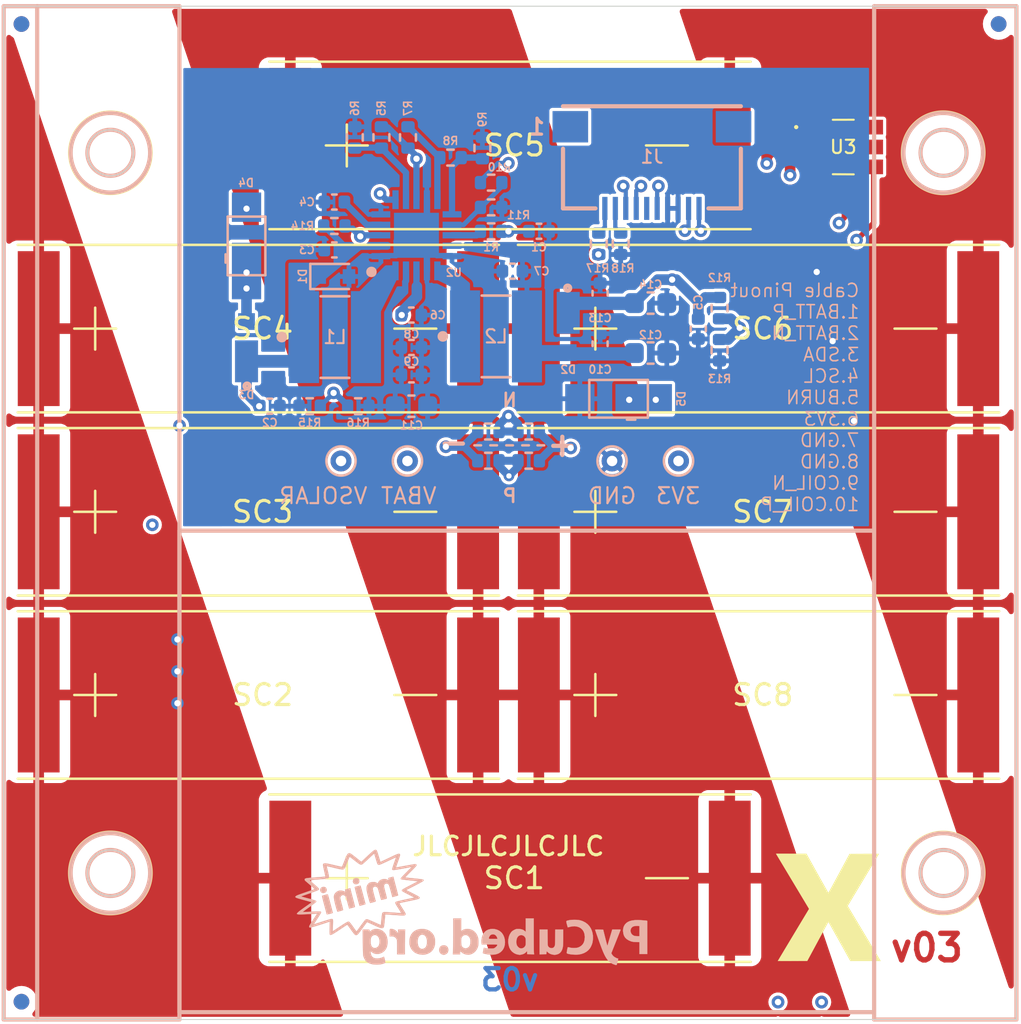
<source format=kicad_pcb>
(kicad_pcb (version 20211014) (generator pcbnew)
  (layers (0 "F.Cu" signal "Top") (1 "In1.Cu" signal) (2 "In2.Cu" signal) (3 "In3.Cu" signal) (4 "In4.Cu" signal) (31 "B.Cu" signal "Bottom") (34 "B.Paste" user) (35 "F.Paste" user) (36 "B.SilkS" user "B.Silkscreen") (37 "F.SilkS" user "F.Silkscreen") (38 "B.Mask" user) (39 "F.Mask" user) (44 "Edge.Cuts" user))
  (net 0 "")
  (net 1 "GND")
  (net 2 "+3V3")
  (net 3 "SDA1")
  (net 4 "SCL1")
  (net 5 "Net-(L1-Pad2)")
  (net 6 "VOUT_EN")
  (net 7 "VSOLAR")
  (net 8 "VBAT_OK")
  (net 9 "BATT_N")
  (net 10 "BATT_P")
  (net 11 "COIL_N")
  (net 12 "COIL_P")
  (net 13 "Net-(C4-Pad1)")
  (net 14 "Net-(C10-Pad1)")
  (net 15 "Net-(C11-Pad1)")
  (net 16 "Net-(L2-Pad1)")
  (net 17 "Net-(R10-Pad2)")
  (net 18 "Net-(R5-Pad1)")
  (net 19 "Net-(R7-Pad1)")
  (net 20 "Net-(R8-Pad1)")
  (net 21 "Net-(R10-Pad1)")
  (net 22 "Net-(R14-Pad1)")
  (net 23 "Net-(D4-Pad2)")
  (net 24 "Net-(R12-Pad1)")
  (net 25 "/coil")
  (net 26 "VBAT")
  (net 27 "/VSOLAR_FULL")
  (net 28 "BURN1")
  (footprint "SolarCellParts:KXOB25-05X3F" (layer "F.Cu") (at 96.072655 84.04799)
    (fp_text reference "SC1")
    (fp_text value "SolarCell_Small")
  )
  (footprint "SolarCellParts:KXOB25-05X3F" (layer "F.Cu") (at 84.047609 75.297995)
    (fp_text reference "SC2")
    (fp_text value "SolarCell_Small")
  )
  (footprint "SolarCellParts:KXOB25-05X3F" (layer "F.Cu") (at 84.047609 66.548)
    (fp_text reference "SC3")
    (fp_text value "SolarCell_Small")
  )
  (footprint "SolarCellParts:KXOB25-05X3F" (layer "F.Cu") (at 96.072655 49.048492)
    (fp_text reference "SC5")
    (fp_text value "SolarCell_Small")
  )
  (footprint "SolarCellParts:KXOB25-05X3F" (layer "F.Cu") (at 107.95 57.798004)
    (fp_text reference "SC6")
    (fp_text value "SolarCell_Small")
  )
  (footprint "SolarCellParts:KXOB25-05X3F" (layer "F.Cu") (at 107.95 66.548)
    (fp_text reference "SC7")
    (fp_text value "SolarCell_Small")
  )
  (footprint "SolarCellParts:KXOB25-05X3F" (layer "F.Cu") (at 107.95 75.297995)
    (fp_text reference "SC8")
    (fp_text value "SolarCell_Small")
  )
  (footprint "misc-circuits:TSL2561" (layer "F.Cu") (at 122.498815 49.12299)
    (fp_text reference "U3")
    (fp_text value "TSL2561" hide)
  )
  (footprint "Fiducial:Fiducial_0.75mm_Mask1.5mm" (layer "F.Cu") (at 83.223805 89.94898)
    (fp_text reference "REF**" hide)
    (fp_text value "Fiducial_0.75mm_Mask1.5mm")
  )
  (footprint "Fiducial:Fiducial_0.75mm_Mask1.5mm" (layer "F.Cu") (at 83.223805 43.24898)
    (fp_text reference "REF**" hide)
    (fp_text value "Fiducial_0.75mm_Mask1.5mm")
  )
  (footprint "Fiducial:Fiducial_0.75mm_Mask1.5mm" (layer "F.Cu") (at 129.923805 43.24898)
    (fp_text reference "REF**" hide)
    (fp_text value "Fiducial_0.75mm_Mask1.5mm")
  )
  (footprint "SolarCellParts:KXOB25-05X3F" (layer "F.Cu") (at 84.047609 57.798004)
    (fp_text reference "SC4")
    (fp_text value "SolarCell_Small")
  )
  (footprint "X Label" (layer "F.Cu") (at 121.787615 86.950423)
    (fp_text reference "REF**" hide)
    (fp_text value "X Label" hide)
  )
  (footprint "Capacitor_SMD:C_0402_1005Metric" (layer "B.Cu") (at 101.854 57.15)
    (fp_text reference "C6")
    (fp_text value "100uF")
  )
  (footprint "SolarCellParts:SB Diode" (layer "B.Cu") (at 93.98 53.848 90)
    (fp_text reference "D4")
    (fp_text value "SBDiode")
  )
  (footprint "SolarCellParts:SB Diode" (layer "B.Cu") (at 111.76 61.148744 180)
    (fp_text reference "D5")
    (fp_text value "SBDiode")
  )
  (footprint "Capacitor_SMD:C_0402_1005Metric" (layer "B.Cu") (at 115.57 57.813 90)
    (fp_text reference "C5")
    (fp_text value "0.1uF")
  )
  (footprint "Resistor_SMD:R_0402_1005Metric" (layer "B.Cu") (at 116.586 56.820012 90)
    (fp_text reference "R12")
    (fp_text value "0")
  )
  (footprint "Capacitor_SMD:C_0402_1005Metric" (layer "B.Cu") (at 110.877715 58.519844 90)
    (fp_text reference "C10")
    (fp_text value "0.1uF")
  )
  (footprint "Capacitor_SMD:C_0402_1005Metric" (layer "B.Cu") (at 101.860715 60.007544)
    (fp_text reference "C9")
    (fp_text value "0.1uF")
  )
  (footprint "Capacitor_SMD:C_0603_1608Metric" (layer "B.Cu") (at 113.290715 56.578544)
    (fp_text reference "C14")
    (fp_text value "100uF")
  )
  (footprint "Capacitor_SMD:C_0402_1005Metric" (layer "B.Cu") (at 106.686715 55.054544 180)
    (fp_text reference "C7")
    (fp_text value "22uF")
  )
  (footprint "Capacitor_SMD:C_0402_1005Metric" (layer "B.Cu") (at 107.956715 53.149544)
    (fp_text reference "C1")
    (fp_text value "1.0uF")
  )
  (footprint "Capacitor_SMD:C_0402_1005Metric" (layer "B.Cu") (at 98.177715 51.752544 180)
    (fp_text reference "C4")
    (fp_text value "10nF")
  )
  (footprint "Capacitor_SMD:C_0603_1608Metric" (layer "B.Cu") (at 101.860715 61.504344)
    (fp_text reference "C11")
    (fp_text value "100uF")
  )
  (footprint "misc-circuits:LPS4018" (layer "B.Cu") (at 105.902465 58.169321)
    (fp_text reference "L2")
    (fp_text value "10uH-LPS4018-103MR" hide)
  )
  (footprint "Diode_SMD:D_SOD-523" (layer "B.Cu") (at 98.177715 55.308544)
    (fp_text reference "D1")
    (fp_text value "SDM20U40-7")
  )
  (footprint "Resistor_SMD:R_0402_1005Metric" (layer "B.Cu") (at 96.997215 61.504344)
    (fp_text reference "R15")
    (fp_text value "0")
  )
  (footprint "Resistor_SMD:R_0402_1005Metric" (layer "B.Cu") (at 105.252215 49.1744 -90)
    (fp_text reference "R9")
    (fp_text value "4.53M")
  )
  (footprint "Resistor_SMD:R_0402_1005Metric" (layer "B.Cu") (at 105.670715 52.006544 180)
    (fp_text reference "R11")
    (fp_text value "4.75M")
  )
  (footprint "Resistor_SMD:R_0402_1005Metric" (layer "B.Cu") (at 101.696215 48.6664 -90)
    (fp_text reference "R7")
    (fp_text value "374K")
  )
  (footprint "Resistor_SMD:R_0402_1005Metric" (layer "B.Cu") (at 105.670715 53.149544)
    (fp_text reference "R1")
    (fp_text value "0")
  )
  (footprint "Resistor_SMD:R_0402_1005Metric" (layer "B.Cu") (at 103.728215 49.629844 180)
    (fp_text reference "R8")
    (fp_text value "8.25M")
  )
  (footprint "Resistor_SMD:R_0402_1005Metric" (layer "B.Cu") (at 98.177715 52.895544 180)
    (fp_text reference "R14")
    (fp_text value "0")
  )
  (footprint "Capacitor_SMD:C_0402_1005Metric" (layer "B.Cu") (at 110.877715 56.106844 90)
    (fp_text reference "C13")
    (fp_text value "0.1uF")
  )
  (footprint "Resistor_SMD:R_0402_1005Metric" (layer "B.Cu") (at 105.670715 50.8254 180)
    (fp_text reference "R10")
    (fp_text value "8.25M")
  )
  (footprint "misc-circuits:QFN50P350X350X100-21N-D" (layer "B.Cu") (at 102.100375 53.34)
    (fp_text reference "U2")
    (fp_text value "Value" hide)
  )
  (footprint "misc-circuits:LPS4018" (layer "B.Cu") (at 98.206722 58.202341)
    (fp_text reference "L1")
    (fp_text value "22uH-LPS4018-223MR" hide)
  )
  (footprint "Resistor_SMD:R_0402_1005Metric" (layer "B.Cu") (at 99.320715 61.504344 180)
    (fp_text reference "R16")
    (fp_text value "0")
  )
  (footprint "misc-circuits:XF2M-1015-1A" (layer "B.Cu") (at 113.354815 52.055544)
    (fp_text reference "J1")
    (fp_text value "XF2M-1015-1A" hide)
  )
  (footprint "Resistor_SMD:R_0402_1005Metric" (layer "B.Cu") (at 100.426215 48.6664 90)
    (fp_text reference "R5")
    (fp_text value "7.32M")
  )
  (footprint "Capacitor_SMD:C_0402_1005Metric" (layer "B.Cu") (at 101.860715 58.6994)
    (fp_text reference "C8")
    (fp_text value "4.7uF")
  )
  (footprint "misc-circuits:MICROSMP" (layer "B.Cu") (at 109.353715 57.694344 -90)
    (fp_text reference "D2")
    (fp_text value "MSS1P4-M3_89A" hide)
  )
  (footprint "Resistor_SMD:R_0402_1005Metric" (layer "B.Cu") (at 99.156215 48.6664 -90)
    (fp_text reference "R6")
    (fp_text value "5.62M")
  )
  (footprint "Capacitor_SMD:C_0603_1608Metric" (layer "B.Cu") (at 113.290715 58.964344)
    (fp_text reference "C12")
    (fp_text value "100uF")
  )
  (footprint "misc-circuits:MICROSMP" (layer "B.Cu") (at 93.98 58.710344 90)
    (fp_text reference "D3")
    (fp_text value "MSS1P4-M3_89A" hide)
  )
  (footprint "Capacitor_SMD:C_0402_1005Metric" (layer "B.Cu") (at 95.092215 61.504344)
    (fp_text reference "C2")
    (fp_text value "0.1uF")
  )
  (footprint "Resistor_SMD:R_0402_1005Metric" (layer "B.Cu") (at 111.8616 53.7464 -90)
    (fp_text reference "R18")
    (fp_text value "0")
  )
  (footprint "Resistor_SMD:R_0402_1005Metric" (layer "B.Cu") (at 110.814815 53.7464 -90)
    (fp_text reference "R17")
    (fp_text value "0")
  )
  (footprint "Capacitor_SMD:C_0402_1005Metric" (layer "B.Cu") (at 98.177715 54.038544 180)
    (fp_text reference "C3")
    (fp_text value "4.7uF")
  )
  (footprint "TestPoint:TestPoint_THTPad_D1.0mm_Drill0.5mm" (layer "B.Cu") (at 111.449815 64.120544)
    (fp_text reference "TP2" hide)
    (fp_text value "TP")
  )
  (footprint "TestPoint:TestPoint_THTPad_D1.0mm_Drill0.5mm" (layer "B.Cu") (at 101.670815 64.120544)
    (fp_text reference "TP3" hide)
    (fp_text value "TP")
  )
  (footprint "TestPoint:TestPoint_THTPad_D1.0mm_Drill0.5mm" (layer "B.Cu") (at 98.495815 64.120544)
    (fp_text reference "TP4" hide)
    (fp_text value "TP")
  )
  (footprint "TestPoint:TestPoint_THTPad_D1.0mm_Drill0.5mm" (layer "B.Cu") (at 114.624815 64.120544)
    (fp_text reference "TP1" hide)
    (fp_text value "TP")
  )
  (footprint "Resistor_SMD:R_0402_1005Metric" (layer "B.Cu") (at 116.586 58.829 90)
    (fp_text reference "R13")
    (fp_text value "0")
  )
  (footprint "Resistor_SMD:R_0402_1005Metric" (layer "B.Cu") (at 105.53806 62.7126)
    (fp_text reference "R19" hide)
    (fp_text value "0")
  )
  (footprint "Resistor_SMD:R_0402_1005Metric" (layer "B.Cu") (at 107.46634 62.7126)
    (fp_text reference "R4" hide)
    (fp_text value "0")
  )
  (footprint "Resistor_SMD:R_0402_1005Metric" (layer "B.Cu") (at 107.46634 64.1096)
    (fp_text reference "R2" hide)
    (fp_text value "0")
  )
  (footprint "Resistor_SMD:R_0402_1005Metric" (layer "B.Cu") (at 105.53806 64.1096)
    (fp_text reference "R3" hide)
    (fp_text value "0")
  )
  (footprint "Fiducial:Fiducial_0.75mm_Mask1.5mm" (layer "B.Cu") (at 129.923805 43.24898)
    (fp_text reference "REF**" hide)
    (fp_text value "Fiducial_0.75mm_Mask1.5mm")
  )
  (footprint "Fiducial:Fiducial_0.75mm_Mask1.5mm" (layer "B.Cu") (at 83.223805 43.24898)
    (fp_text reference "REF**" hide)
    (fp_text value "Fiducial_0.75mm_Mask1.5mm")
  )
  (footprint "Fiducial:Fiducial_0.75mm_Mask1.5mm" (layer "B.Cu") (at 83.223805 89.94898)
    (fp_text reference "REF**" hide)
    (fp_text value "Fiducial_0.75mm_Mask1.5mm")
  )
  (footprint "custom-footprints:pycubed_mini_logo" (layer "B.Cu") (at 97.926824 84.928338 180)
    (fp_text reference "Ref**" hide)
    (fp_text value "Val**" hide)
  )
  (gr_line (start 107.15625 63.373) (end 107.47375 63.373) (layer "B.SilkS") (width 0.12))
  (gr_line (start 106.71175 63.373) (end 106.39425 63.373) (layer "B.SilkS") (width 0.12))
  (gr_line (start 105.94975 63.373) (end 105.63225 63.373) (layer "B.SilkS") (width 0.12))
  (gr_line (start 108.204 63.373) (end 107.8865 63.373) (layer "B.SilkS") (width 0.12))
  (gr_line (start 104.87025 63.373) (end 105.18775 63.373) (layer "B.SilkS") (width 0.12))
  (gr_line (start 130.773831 90.798979) (end 130.773831 42.399) (layer "B.SilkS") (width 0.2))
  (gr_line (start 90.773809 42.399) (end 83.973823 42.399) (layer "B.SilkS") (width 0.2))
  (gr_line (start 130.773831 42.399) (end 123.973819 42.399) (layer "B.SilkS") (width 0.2))
  (gr_circle (center 87.473816 83.798993) (end 88.573816 83.798993) (layer "B.SilkS") (width 0.2) (fill none))
  (gr_circle (center 87.473816 83.798993) (end 89.373816 83.798993) (layer "B.SilkS") (width 0.2) (fill none))
  (gr_line (start 83.976033 42.399) (end 82.37601 42.399) (layer "B.SilkS") (width 0.2))
  (gr_circle (center 87.473816 49.398986) (end 88.573816 49.398986) (layer "B.SilkS") (width 0.2) (fill none))
  (gr_line (start 90.776019 67.448988) (end 90.776019 90.448993) (layer "B.SilkS") (width 0.2))
  (gr_circle (center 127.273812 49.398986) (end 129.173812 49.398986) (layer "B.SilkS") (width 0.2) (fill none))
  (gr_line (start 90.776019 90.448993) (end 123.90562 90.448993) (layer "B.SilkS") (width 0.2))
  (gr_circle (center 87.473816 49.398986) (end 89.373816 49.398986) (layer "B.SilkS") (width 0.2) (fill none))
  (gr_line (start 83.973823 90.798979) (end 90.773809 90.798979) (layer "B.SilkS") (width 0.2))
  (gr_line (start 123.973819 90.798979) (end 130.773831 90.798979) (layer "B.SilkS") (width 0.2))
  (gr_circle (center 127.273812 83.798993) (end 129.173812 83.798993) (layer "B.SilkS") (width 0.2) (fill none))
  (gr_line (start 82.37601 42.399) (end 82.37601 90.798979) (layer "B.SilkS") (width 0.2))
  (gr_circle (center 127.291618 83.798993) (end 128.391618 83.798993) (layer "B.SilkS") (width 0.2) (fill none))
  (gr_line (start 123.973819 42.399) (end 123.973819 90.798979) (layer "B.SilkS") (width 0.2))
  (gr_line (start 123.90562 67.448988) (end 90.776019 67.448988) (layer "B.SilkS") (width 0.2))
  (gr_line (start 83.976033 90.798979) (end 83.976033 42.399) (layer "B.SilkS") (width 0.2))
  (gr_line (start 82.37601 90.798979) (end 83.976033 90.798979) (layer "B.SilkS") (width 0.2))
  (gr_line (start 90.773809 90.798979) (end 90.773809 42.399) (layer "B.SilkS") (width 0.2))
  (gr_circle (center 127.291618 49.398986) (end 128.391618 49.398986) (layer "B.SilkS") (width 0.2) (fill none))
  (gr_circle (center 87.473805 49.39898) (end 89.473805 49.39898) (layer "F.SilkS") (width 0.05) (fill none))
  (gr_circle (center 127.273812 49.398986) (end 129.273812 49.398986) (layer "F.SilkS") (width 0.05) (fill none))
  (gr_circle (center 127.273805 83.79898) (end 129.273805 83.79898) (layer "F.SilkS") (width 0.05) (fill none))
  (gr_circle (center 87.473805 83.79898) (end 89.473805 83.79898) (layer "F.SilkS") (width 0.05) (fill none))
  (gr_line (start 82.373805 90.79898) (end 82.373805 42.39898) (layer "Edge.Cuts") (width 0.05))
  (gr_line (start 82.373805 42.39898) (end 130.773805 42.39898) (layer "Edge.Cuts") (width 0.05))
  (gr_circle (center 127.273805 83.79898) (end 128.373805 83.79898) (layer "Edge.Cuts") (width 0.05) (fill none))
  (gr_line (start 82.373805 90.79898) (end 130.773805 90.79898) (layer "Edge.Cuts") (width 0.05))
  (gr_circle (center 127.273805 49.39898) (end 128.373805 49.39898) (layer "Edge.Cuts") (width 0.05) (fill none))
  (gr_circle (center 87.473805 83.79898) (end 88.573805 83.79898) (layer "Edge.Cuts") (width 0.05) (fill none))
  (gr_circle (center 87.473805 49.39898) (end 88.573805 49.39898) (layer "Edge.Cuts") (width 0.05) (fill none))
  (gr_line (start 130.773805 42.39898) (end 130.773805 90.79898) (layer "Edge.Cuts") (width 0.05))
  (gr_text "v03" (at 126.492 87.376) (layer "F.Cu") (effects (font (size 1.27 1.27) (thickness 0.254))))
  (gr_text "v03\n" (at 106.560315 88.9) (layer "B.Cu") (effects (font (size 1.016 1.016) (thickness 0.2032)) (justify mirror)))
  (gr_text "GND" (at 112.6744 65.786) (layer "B.SilkS") (effects (font (size 0.762 0.762) (thickness 0.1016)) (justify left mirror)))
  (gr_text "VSOLAR" (at 99.822 65.786) (layer "B.SilkS") (effects (font (size 0.762 0.762) (thickness 0.1016)) (justify left mirror)))
  (gr_text "VBAT" (at 103.124 65.786) (layer "B.SilkS") (effects (font (size 0.762 0.762) (thickness 0.1016)) (justify left mirror)))
  (gr_text "3V3" (at 115.7224 65.786) (layer "B.SilkS") (effects (font (size 0.762 0.762) (thickness 0.1016)) (justify left mirror)))
  (gr_text "1" (at 108.325615 48.164144) (layer "B.SilkS") (effects (font (size 0.762 0.762) (thickness 0.1524)) (justify left mirror)))
  (gr_text "+" (at 108.990435 63.3984 90) (layer "B.SilkS") (effects (font (size 1.143 1.143) (thickness 0.2032)) (justify mirror)))
  (gr_text "P" (at 106.553 65.786) (layer "B.SilkS") (effects (font (size 0.635 0.635) (thickness 0.127)) (justify mirror)))
  (gr_text "N" (at 106.553 61.214) (layer "B.SilkS") (effects (font (size 0.635 0.635) (thickness 0.127)) (justify mirror)))
  (gr_text "-" (at 103.886 63.373 180) (layer "B.SilkS") (effects (font (size 1.143 1.143) (thickness 0.2032)) (justify mirror)))
  (gr_text "Cable Pinout\n1.BATT_P\n2.BATT_N\n3.SDA\n4.SCL\n5.BURN\n6.3V3\n7.GND\n8.GND\n9.COIL_N\n10.COIL_P" (at 123.317 61.087) (layer "B.SilkS") (effects (font (size 0.635 0.635) (thickness 0.0762)) (justify left mirror)))
  (gr_text "JLCJLCJLCJLC" (at 106.496815 82.52399) (layer "F.SilkS") (effects (font (size 0.889 0.889))))
  (via (at 121.990815 58.39399) (size 0.6) (drill 0.3) (layers "F.Cu" "B.Cu") (net 1))
  (via (at 123.006815 62.20399) (size 0.6) (drill 0.3) (layers "F.Cu" "B.Cu") (net 1))
  (via (at 121.228815 55.09199) (size 0.6) (drill 0.3) (layers "F.Cu" "B.Cu") (net 1))
  (segment (start 100.400375 54.34) (end 100.429776 54.310599) (width 0.254) (layer "B.Cu") (net 1))
  (segment (start 103.750375 54.34) (end 104.136375 54.34) (width 0.2032) (layer "B.Cu") (net 1))
  (segment (start 103.800375 54.34) (end 103.770974 54.310599) (width 0.254) (layer "B.Cu") (net 1))
  (segment (start 103.800375 54.34) (end 103.771464 54.311089) (width 0.254) (layer "B.Cu") (net 1))
  (segment (start 101.400375 53.34) (end 102.100375 53.34) (width 0.254) (layer "B.Cu") (net 1))
  (segment (start 103.071464 54.311089) (end 102.100375 53.34) (width 0.254) (layer "B.Cu") (net 1))
  (segment (start 102.600375 55.04) (end 102.600375 53.84) (width 0.3048) (layer "B.Cu") (net 1))
  (segment (start 101.129286 53.611089) (end 101.400375 53.34) (width 0.254) (layer "B.Cu") (net 1))
  (segment (start 101.129286 54.311089) (end 101.129286 53.611089) (width 0.254) (layer "B.Cu") (net 1))
  (segment (start 102.600375 51.64) (end 102.600375 52.84) (width 0.3048) (layer "B.Cu") (net 1))
  (segment (start 98.877715 55.181544) (end 99.04222 55.181544) (width 0.254) (layer "B.Cu") (net 1))
  (segment (start 100.400375 54.34) (end 100.429286 54.311089) (width 0.254) (layer "B.Cu") (net 1))
  (segment (start 102.600375 53.84) (end 102.100375 53.34) (width 0.3048) (layer "B.Cu") (net 1))
  (segment (start 102.600375 52.84) (end 102.100375 53.34) (width 0.3048) (layer "B.Cu") (net 1))
  (segment (start 100.429286 54.311089) (end 101.129286 54.311089) (width 0.254) (layer "B.Cu") (net 1))
  (segment (start 103.771464 54.311089) (end 103.071464 54.311089) (width 0.254) (layer "B.Cu") (net 1))
  (segment (start 118.841215 49.91039) (end 118.841215 49.560785) (width 0.508) (layer "F.Cu") (net 2))
  (segment (start 120.22901 48.17299) (end 121.048815 48.17299) (width 0.508) (layer "F.Cu") (net 2))
  (segment (start 118.841215 49.560785) (end 120.22901 48.17299) (width 0.508) (layer "F.Cu") (net 2))
  (via (at 118.841215 49.91039) (size 0.6) (drill 0.3) (layers "F.Cu" "B.Cu") (net 2))
  (via (at 114.320015 55.459144) (size 0.6) (drill 0.3) (layers "F.Cu" "B.Cu") (net 2))
  (via (at 113.665 50.988744) (size 0.6) (drill 0.3) (layers "F.Cu" "B.Cu") (net 2))
  (segment (start 115.57 57.333) (end 115.57 56.515) (width 0.508) (layer "B.Cu") (net 2))
  (segment (start 114.514144 55.459144) (end 114.320015 55.459144) (width 0.508) (layer "B.Cu") (net 2))
  (segment (start 113.635115 55.459144) (end 112.515715 56.578544) (width 0.508) (layer "B.Cu") (net 2))
  (segment (start 115.57 57.333) (end 115.57 56.6446) (width 0.508) (layer "B.Cu") (net 2))
  (segment (start 112.528715 56.578544) (end 112.515415 56.591844) (width 0.635) (layer "B.Cu") (net 2))
  (segment (start 113.665 50.988744) (end 113.604815 51.048929) (width 0.2032) (layer "B.Cu") (net 2))
  (segment (start 114.320015 55.459144) (end 113.635115 55.459144) (width 0.508) (layer "B.Cu") (net 2))
  (segment (start 115.904588 56.310012) (end 116.586 56.310012) (width 0.508) (layer "B.Cu") (net 2))
  (segment (start 110.967215 56.591844) (end 109.768715 56.591844) (width 0.635) (layer "B.Cu") (net 2))
  (segment (start 112.515415 56.591844) (end 110.967215 56.591844) (width 0.635) (layer "B.Cu") (net 2))
  (segment (start 109.768715 56.591844) (end 109.316215 57.044344) (width 0.635) (layer "B.Cu") (net 2))
  (segment (start 115.57 56.6446) (end 115.904588 56.310012) (width 0.508) (layer "B.Cu") (net 2))
  (segment (start 114.342815 55.436344) (end 114.320015 55.459144) (width 0.508) (layer "B.Cu") (net 2))
  (segment (start 113.604815 51.048929) (end 113.604815 52.055544) (width 0.2032) (layer "B.Cu") (net 2))
  (segment (start 115.57 56.515) (end 114.514144 55.459144) (width 0.508) (layer "B.Cu") (net 2))
  (segment (start 122.549615 52.50119) (end 122.549615 49.215168) (width 0.254) (layer "F.Cu") (net 3))
  (segment (start 123.591793 48.17299) (end 123.948815 48.17299) (width 0.254) (layer "F.Cu") (net 3))
  (segment (start 122.549615 49.215168) (end 123.591793 48.17299) (width 0.254) (layer "F.Cu") (net 3))
  (segment (start 122.295615 52.75519) (end 122.549615 52.50119) (width 0.254) (layer "F.Cu") (net 3))
  (via (at 111.983215 50.988744) (size 0.6) (drill 0.3) (layers "F.Cu" "B.Cu") (net 3))
  (via (at 122.295615 52.75519) (size 0.6) (drill 0.3) (layers "F.Cu" "B.Cu") (net 3))
  (segment (start 112.104815 51.110344) (end 111.983215 50.988744) (width 0.2032) (layer "B.Cu") (net 3))
  (segment (start 112.104815 52.055544) (end 112.104815 51.110344) (width 0.2032) (layer "B.Cu") (net 3))
  (segment (start 123.948815 52.75299) (end 123.948815 50.07299) (width 0.254) (layer "F.Cu") (net 4))
  (segment (start 123.133815 53.56799) (end 123.948815 52.75299) (width 0.254) (layer "F.Cu") (net 4))
  (via (at 112.831512 50.988744) (size 0.6) (drill 0.3) (layers "F.Cu" "B.Cu") (net 4))
  (via (at 123.133815 53.56799) (size 0.6) (drill 0.3) (layers "F.Cu" "B.Cu") (net 4))
  (segment (start 112.604815 52.055544) (end 112.604815 51.215441) (width 0.2032) (layer "B.Cu") (net 4))
  (segment (start 112.604815 51.215441) (end 112.831512 50.988744) (width 0.2032) (layer "B.Cu") (net 4))
  (via (at 100.362715 51.344344) (size 0.6) (drill 0.3) (layers "F.Cu" "B.Cu") (net 6))
  (via (at 106.496815 53.149544) (size 0.6) (drill 0.3) (layers "F.Cu" "B.Cu") (net 6))
  (segment (start 101.100375 51.64) (end 100.658371 51.64) (width 0.29972) (layer "B.Cu") (net 6))
  (segment (start 100.658371 51.64) (end 100.362715 51.344344) (width 0.29972) (layer "B.Cu") (net 6))
  (segment (start 106.496815 53.149544) (end 106.460515 53.185844) (width 0.24892) (layer "B.Cu") (net 6))
  (segment (start 106.460515 53.185844) (end 106.118215 53.185844) (width 0.24892) (layer "B.Cu") (net 6))
  (segment (start 106.496815 53.149544) (end 107.344715 53.149544) (width 0.24892) (layer "B.Cu") (net 6))
  (via (at 94.584215 61.504344) (size 0.6) (drill 0.3) (layers "F.Cu" "B.Cu") (net 7))
  (segment (start 93.98 59.360344) (end 96.410715 59.360344) (width 0.6096) (layer "B.Cu") (net 7))
  (segment (start 96.410715 59.360344) (end 96.425715 59.345344) (width 0.6096) (layer "B.Cu") (net 7))
  (segment (start 94.612215 61.504344) (end 93.98 60.872129) (width 0.508) (layer "B.Cu") (net 7))
  (segment (start 93.98 60.872129) (end 93.98 59.360344) (width 0.508) (layer "B.Cu") (net 7))
  (segment (start 97.692715 52.895544) (end 98.662715 53.865544) (width 0.29972) (layer "B.Cu") (net 7))
  (segment (start 98.662715 53.865544) (end 98.662715 54.138344) (width 0.29972) (layer "B.Cu") (net 7))
  (segment (start 104.970259 53.34) (end 105.160715 53.149544) (width 0.3048) (layer "B.Cu") (net 8))
  (segment (start 103.800375 53.34) (end 104.970259 53.34) (width 0.3048) (layer "B.Cu") (net 8))
  (segment (start 111.604815 52.055544) (end 111.604815 52.979615) (width 0.2032) (layer "B.Cu") (net 9))
  (segment (start 111.604815 52.979615) (end 111.8616 53.2364) (width 0.2032) (layer "B.Cu") (net 9))
  (segment (start 111.104815 52.9464) (end 110.814815 53.2364) (width 0.2032) (layer "B.Cu") (net 10))
  (segment (start 111.104815 52.055544) (end 111.104815 52.9464) (width 0.2032) (layer "B.Cu") (net 10))
  (via (at 106.496815 61.976) (size 0.6) (drill 0.3) (layers "F.Cu" "B.Cu") (net 11))
  (via (at 114.929615 53.122344) (size 0.6) (drill 0.3) (layers "F.Cu" "B.Cu") (net 11))
  (segment (start 115.104815 52.947144) (end 114.929615 53.122344) (width 0.2032) (layer "B.Cu") (net 11))
  (segment (start 106.52125 61.9141) (end 106.04806 62.38729) (width 0.381) (layer "B.Cu") (net 11))
  (segment (start 115.104815 52.055544) (end 115.104815 52.947144) (width 0.2032) (layer "B.Cu") (net 11))
  (segment (start 106.95634 62.34919) (end 106.95634 62.7126) (width 0.381) (layer "B.Cu") (net 11))
  (segment (start 106.95634 62.7126) (end 106.04806 62.7126) (width 0.381) (layer "B.Cu") (net 11))
  (segment (start 106.52125 61.9141) (end 106.95634 62.34919) (width 0.381) (layer "B.Cu") (net 11))
  (segment (start 106.04806 62.38729) (end 106.04806 62.7126) (width 0.381) (layer "B.Cu") (net 11))
  (via (at 115.691615 53.122344) (size 0.6) (drill 0.3) (layers "F.Cu" "B.Cu") (net 12))
  (via (at 106.52125 64.8351) (size 0.508) (drill 0.254) (layers "F.Cu" "B.Cu") (net 12))
  (segment (start 106.95634 64.40001) (end 106.95634 64.1096) (width 0.381) (layer "B.Cu") (net 12))
  (segment (start 115.604815 52.055544) (end 115.604815 53.035544) (width 0.2032) (layer "B.Cu") (net 12))
  (segment (start 106.52125 64.8351) (end 106.95634 64.40001) (width 0.381) (layer "B.Cu") (net 12))
  (segment (start 106.52125 64.8351) (end 106.04806 64.36191) (width 0.381) (layer "B.Cu") (net 12))
  (segment (start 106.98134 64.1096) (end 106.04806 64.1096) (width 0.381) (layer "B.Cu") (net 12))
  (segment (start 106.04806 64.36191) (end 106.04806 64.1096) (width 0.381) (layer "B.Cu") (net 12))
  (segment (start 115.604815 53.035544) (end 115.691615 53.122344) (width 0.2032) (layer "B.Cu") (net 12))
  (segment (start 100.400375 52.84) (end 99.7284 52.84) (width 0.29972) (layer "B.Cu") (net 13))
  (segment (start 98.662715 51.774315) (end 98.662715 51.752544) (width 0.29972) (layer "B.Cu") (net 13))
  (segment (start 99.7284 52.84) (end 98.662715 51.774315) (width 0.29972) (layer "B.Cu") (net 13))
  (segment (start 107.835715 58.880844) (end 107.220715 58.265844) (width 0.2286) (layer "B.Cu") (net 14))
  (segment (start 112.450715 59.004844) (end 112.491215 58.964344) (width 0.635) (layer "B.Cu") (net 14))
  (segment (start 109.316215 58.964344) (end 107.835715 58.964344) (width 0.762) (layer "B.Cu") (net 14))
  (segment (start 110.967215 59.004844) (end 109.440215 59.004844) (width 0.635) (layer "B.Cu") (net 14))
  (segment (start 109.440215 59.004844) (end 109.316215 58.880844) (width 0.635) (layer "B.Cu") (net 14))
  (segment (start 110.967215 59.004844) (end 112.450715 59.004844) (width 0.635) (layer "B.Cu") (net 14))
  (segment (start 101.564105 55.55893) (end 101.564105 55.916344) (width 0.29972) (layer "B.Cu") (net 15))
  (segment (start 101.600375 55.04) (end 101.600375 55.52266) (width 0.29972) (layer "B.Cu") (net 15))
  (segment (start 101.600375 55.52266) (end 101.564105 55.55893) (width 0.29972) (layer "B.Cu") (net 15))
  (via (at 102.102615 49.6824) (size 0.6) (drill 0.3) (layers "F.Cu" "B.Cu") (net 17))
  (via (at 106.496815 49.896544) (size 0.6) (drill 0.3) (layers "F.Cu" "B.Cu") (net 17))
  (segment (start 102.102615 49.6824) (end 102.102615 49.5578) (width 0.29972) (layer "B.Cu") (net 17))
  (segment (start 102.102615 49.5578) (end 100.726215 48.1814) (width 0.29972) (layer "B.Cu") (net 17))
  (segment (start 106.496815 49.896544) (end 106.002627 49.896544) (width 0.2286) (layer "B.Cu") (net 17))
  (segment (start 106.002627 49.896544) (end 105.073771 50.8254) (width 0.2286) (layer "B.Cu") (net 17))
  (segment (start 102.100375 49.68464) (end 102.100375 51.64) (width 0.29972) (layer "B.Cu") (net 17))
  (segment (start 102.102615 49.6824) (end 102.100375 49.68464) (width 0.29972) (layer "B.Cu") (net 17))
  (segment (start 100.403215 49.1514) (end 101.600375 50.34856) (width 0.29972) (layer "B.Cu") (net 18))
  (segment (start 101.600375 50.34856) (end 101.600375 51.64) (width 0.29972) (layer "B.Cu") (net 18))
  (segment (start 99.156215 49.1514) (end 100.403215 49.1514) (width 0.29972) (layer "B.Cu") (net 18))
  (segment (start 103.100375 51.64) (end 103.100375 49.747684) (width 0.29972) (layer "B.Cu") (net 19))
  (segment (start 103.197859 49.629844) (end 101.722215 48.1542) (width 0.29972) (layer "B.Cu") (net 19))
  (segment (start 103.100375 49.747684) (end 103.218215 49.629844) (width 0.29972) (layer "B.Cu") (net 19))
  (segment (start 103.218215 49.629844) (end 103.197859 49.629844) (width 0.29972) (layer "B.Cu") (net 19))
  (segment (start 105.197659 49.629844) (end 104.238215 49.629844) (width 0.3048) (layer "B.Cu") (net 20))
  (segment (start 105.252215 49.6844) (end 105.197659 49.629844) (width 0.3048) (layer "B.Cu") (net 20))
  (segment (start 103.800375 52.34) (end 103.800375 50.067684) (width 0.29972) (layer "B.Cu") (net 20))
  (segment (start 103.800375 50.067684) (end 104.238215 49.629844) (width 0.29972) (layer "B.Cu") (net 20))
  (segment (start 106.155715 51.036544) (end 104.352259 52.84) (width 0.2286) (layer "B.Cu") (net 21))
  (segment (start 106.155715 50.863544) (end 106.155715 51.036544) (width 0.2286) (layer "B.Cu") (net 21))
  (segment (start 104.352259 52.84) (end 103.800375 52.84) (width 0.2286) (layer "B.Cu") (net 21))
  (via (at 99.4156 53.3908) (size 0.6) (drill 0.3) (layers "F.Cu" "B.Cu") (net 22))
  (via (at 98.140215 60.869344) (size 0.6) (drill 0.3) (layers "F.Cu" "B.Cu") (net 22))
  (segment (start 98.835715 61.504344) (end 98.200715 60.869344) (width 0.29972) (layer "B.Cu") (net 22))
  (segment (start 99.047344 53.022544) (end 98.662715 53.022544) (width 0.29972) (layer "B.Cu") (net 22))
  (segment (start 99.4156 53.3908) (end 99.047344 53.022544) (width 0.29972) (layer "B.Cu") (net 22))
  (segment (start 97.505215 61.504344) (end 98.140215 60.869344) (width 0.2286) (layer "B.Cu") (net 22))
  (segment (start 99.4664 53.34) (end 100.400375 53.34) (width 0.29972) (layer "B.Cu") (net 22))
  (segment (start 99.4156 53.3908) (end 99.4664 53.34) (width 0.29972) (layer "B.Cu") (net 22))
  (segment (start 98.200715 60.869344) (end 98.140215 60.869344) (width 0.29972) (layer "B.Cu") (net 22))
  (via (at 112.268 61.199544) (size 0.6) (drill 0.3) (layers "F.Cu" "B.Cu") (net 23))
  (via (at 93.98 52.07) (size 0.6) (drill 0.3) (layers "F.Cu" "B.Cu") (net 23))
  (via (at 113.538 61.199544) (size 0.6) (drill 0.3) (layers "F.Cu" "B.Cu") (net 23))
  (segment (start 120.515804 49.12299) (end 119.958815 49.679979) (width 0.508) (layer "F.Cu") (net 24))
  (segment (start 121.048815 49.12299) (end 120.515804 49.12299) (width 0.508) (layer "F.Cu") (net 24))
  (segment (start 119.958815 49.679979) (end 119.958815 50.46919) (width 0.508) (layer "F.Cu") (net 24))
  (via (at 119.958815 50.46919) (size 0.6) (drill 0.3) (layers "F.Cu" "B.Cu") (net 24))
  (via (at 117.5512 57.7622) (size 0.6) (drill 0.3) (layers "F.Cu" "B.Cu") (net 24))
  (segment (start 117.119012 57.330012) (end 117.5512 57.7622) (width 0.508) (layer "B.Cu") (net 24))
  (segment (start 116.586 57.330012) (end 117.119012 57.330012) (width 0.508) (layer "B.Cu") (net 24))
  (segment (start 116.9944 58.319) (end 117.5512 57.7622) (width 0.508) (layer "B.Cu") (net 24))
  (segment (start 116.586 58.319) (end 116.9944 58.319) (width 0.508) (layer "B.Cu") (net 24))
  (via (at 109.474 63.5) (size 0.6) (drill 0.3) (layers "F.Cu" "B.Cu") (net 25))
  (via (at 89.478815 67.16898) (size 0.6) (drill 0.3) (layers "F.Cu" "B.Cu") (net 25))
  (via (at 90.7796 62.4332) (size 0.6) (drill 0.3) (layers "F.Cu" "B.Cu") (net 25))
  (via (at 119.38 89.9668) (size 0.6096) (drill 0.3048) (layers "F.Cu" "B.Cu") (net 25))
  (via (at 103.505 63.44167) (size 0.6) (drill 0.3) (layers "F.Cu" "B.Cu") (net 25))
  (via (at 121.4628 89.9668) (size 0.6096) (drill 0.3048) (layers "F.Cu" "B.Cu") (net 25))
  (segment (start 103.505 63.44167) (end 104.32399 63.44167) (width 0.381) (layer "B.Cu") (net 25))
  (segment (start 108.712 63.5) (end 107.97856 62.76656) (width 0.381) (layer "B.Cu") (net 25))
  (segment (start 104.38513 63.44167) (end 105.05306 64.1096) (width 0.381) (layer "B.Cu") (net 25))
  (segment (start 103.505 63.44167) (end 104.38513 63.44167) (width 0.381) (layer "B.Cu") (net 25))
  (segment (start 109.474 63.5) (end 108.56916 63.5) (width 0.381) (layer "B.Cu") (net 25))
  (segment (start 107.97856 62.76656) (end 107.97856 62.7126) (width 0.381) (layer "B.Cu") (net 25))
  (segment (start 108.56916 63.5) (end 107.95956 64.1096) (width 0.381) (layer "B.Cu") (net 25))
  (segment (start 104.32399 63.44167) (end 105.05306 62.7126) (width 0.381) (layer "B.Cu") (net 25))
  (segment (start 109.474 63.5) (end 108.712 63.5) (width 0.381) (layer "B.Cu") (net 25))
  (via (at 101.3968 57.15) (size 0.6) (drill 0.3) (layers "F.Cu" "B.Cu") (net 26))
  (via (at 110.7948 54.2544) (size 0.6) (drill 0.3) (layers "F.Cu" "B.Cu") (net 26))
  (segment (start 102.100375 55.04) (end 102.100375 55.769344) (width 0.29972) (layer "B.Cu") (net 26))
  (segment (start 102.100375 55.769344) (end 102.120375 55.789344) (width 0.29972) (layer "B.Cu") (net 26))
  (segment (start 101.3968 57.15) (end 101.3968 56.9976) (width 0.508) (layer "B.Cu") (net 26))
  (segment (start 101.3968 56.9976) (end 102.120375 56.274025) (width 0.508) (layer "B.Cu") (net 26))
  (segment (start 102.120375 56.274025) (end 102.120375 55.789344) (width 0.508) (layer "B.Cu") (net 26))
  (via (at 93.98 55.118) (size 0.6) (drill 0.3) (layers "F.Cu" "B.Cu") (net 27))
  (via (at 93.98 55.88) (size 0.6) (drill 0.3) (layers "F.Cu" "B.Cu") (net 27))
  (via (at 90.678 74.168) (size 0.6) (drill 0.3) (layers "F.Cu" "B.Cu") (net 27))
  (via (at 90.678 72.644) (size 0.6) (drill 0.3) (layers "F.Cu" "B.Cu") (net 27))
  (via (at 90.678 75.692) (size 0.6) (drill 0.3) (layers "F.Cu" "B.Cu") (net 27))
  (segment (start 93.98 57.460344) (end 93.98 55.048) (width 0.508) (layer "B.Cu") (net 27))
  (zone (net 23) (net_name "Net-(D4-Pad2)") (layer "F.Cu") (connect_pads (clearance 0.127)) (min_thickness 0.254) (fill yes (thermal_gap 0.508) (thermal_bridge_width 0.508))
    (polygon (pts (xy 123.006815 91.03299) (xy 106.750815 91.03299) (xy 90.240815 42.13799) (xy 106.496815 42.13799)))
  )
  (zone (net 0) (net_name "") (layers F&B.Cu) (connect_pads (clearance 0)) (min_thickness 0.254)
    (keepout (tracks not_allowed) (vias not_allowed) (pads not_allowed) (copperpour not_allowed) (footprints not_allowed))
    (fill (thermal_gap 0.508) (thermal_bridge_width 0.508))
    (polygon (pts (xy 89.478914 83.79898) (xy 89.45891 83.516458) (xy 89.399299 83.239572) (xy 89.301268 82.973849) (xy 89.166775 82.724589) (xy 88.998502 82.496766) (xy 88.799807 82.294926) (xy 88.574656 82.123095) (xy 88.327539 81.984703) (xy 88.063388 81.882511) (xy 87.787473 81.818557) (xy 87.5053 81.794118) (xy 87.222498 81.809682) (xy 86.944711 81.864937) (xy 86.67748 81.958782) (xy 86.426138 82.089344) (xy 86.1957 82.254017) (xy 85.990764 82.449517) (xy 85.815418 82.671942) (xy 85.673162 82.916854) (xy 85.566833 83.179367) (xy 85.498553 83.454243) (xy 85.469685 83.735998) (xy 85.480805 84.019009) (xy 85.53169 84.29763) (xy 85.621326 84.566302) (xy 85.747923 84.819664) (xy 85.908957 85.05266) (xy 86.101213 85.260642) (xy 86.320857 85.439459) (xy 86.563505 85.585545) (xy 86.824315 85.695984) (xy 87.098085 85.768573) (xy 87.379351 85.801863) (xy 87.662502 85.79519) (xy 87.941888 85.748688) (xy 88.211935 85.663283) (xy 88.467254 85.540681) (xy 88.70275 85.383327) (xy 88.913727 85.194361) (xy 89.095972 84.977553) (xy 89.245851 84.73723) (xy 89.360373 84.478186) (xy 89.437253 84.205591) (xy 89.474957 83.924882)))
  )
  (zone (net 0) (net_name "") (layers F&B.Cu) (connect_pads (clearance 0)) (min_thickness 0.254)
    (keepout (tracks not_allowed) (vias not_allowed) (pads not_allowed) (copperpour not_allowed) (footprints not_allowed))
    (fill (thermal_gap 0.508) (thermal_bridge_width 0.508))
    (polygon (pts (xy 129.278914 83.79898) (xy 129.25891 83.516458) (xy 129.199299 83.239572) (xy 129.101268 82.973849) (xy 128.966775 82.724589) (xy 128.798502 82.496766) (xy 128.599807 82.294926) (xy 128.374656 82.123095) (xy 128.127539 81.984703) (xy 127.863388 81.882511) (xy 127.587473 81.818557) (xy 127.3053 81.794118) (xy 127.022498 81.809682) (xy 126.744711 81.864937) (xy 126.47748 81.958782) (xy 126.226138 82.089344) (xy 125.9957 82.254017) (xy 125.790764 82.449517) (xy 125.615418 82.671942) (xy 125.473162 82.916854) (xy 125.366833 83.179367) (xy 125.298553 83.454243) (xy 125.269685 83.735998) (xy 125.280805 84.019009) (xy 125.33169 84.29763) (xy 125.421326 84.566302) (xy 125.547923 84.819664) (xy 125.708957 85.05266) (xy 125.901213 85.260642) (xy 126.120857 85.439459) (xy 126.363505 85.585545) (xy 126.624315 85.695984) (xy 126.898085 85.768573) (xy 127.179351 85.801863) (xy 127.462502 85.79519) (xy 127.741888 85.748688) (xy 128.011935 85.663283) (xy 128.267254 85.540681) (xy 128.50275 85.383327) (xy 128.713727 85.194361) (xy 128.895972 84.977553) (xy 129.045851 84.73723) (xy 129.160373 84.478186) (xy 129.237253 84.205591) (xy 129.274957 83.924882)))
  )
  (zone (net 27) (net_name "/VSOLAR_FULL") (layer "F.Cu") (connect_pads (clearance 0.127)) (min_thickness 0.254) (fill yes (thermal_gap 0.508) (thermal_bridge_width 0.508))
    (polygon (pts (xy 82.245603 42.101399) (xy 98.755603 90.996399) (xy 82.245603 90.996399)))
  )
  (zone (net 1) (net_name "GND") (layer "F.Cu") (connect_pads (clearance 0.127)) (min_thickness 0.254) (fill yes (thermal_gap 0.508) (thermal_bridge_width 0.508))
    (polygon (pts (xy 131.007815 91.03299) (xy 114.497815 42.13799) (xy 131.007815 42.13799)))
  )
  (zone (net 0) (net_name "") (layers F&B.Cu) (connect_pads (clearance 0)) (min_thickness 0.254)
    (keepout (tracks not_allowed) (vias not_allowed) (pads not_allowed) (copperpour not_allowed) (footprints not_allowed))
    (fill (thermal_gap 0.508) (thermal_bridge_width 0.508))
    (polygon (pts (xy 129.278921 49.398986) (xy 129.258917 49.116464) (xy 129.199306 48.839578) (xy 129.101275 48.573855) (xy 128.966782 48.324595) (xy 128.798509 48.096772) (xy 128.599814 47.894932) (xy 128.374663 47.723101) (xy 128.127546 47.584709) (xy 127.863395 47.482517) (xy 127.58748 47.418563) (xy 127.305307 47.394124) (xy 127.022505 47.409688) (xy 126.744718 47.464943) (xy 126.477487 47.558788) (xy 126.226145 47.68935) (xy 125.995707 47.854023) (xy 125.790771 48.049523) (xy 125.615425 48.271948) (xy 125.473169 48.51686) (xy 125.36684 48.779373) (xy 125.29856 49.054249) (xy 125.269692 49.336004) (xy 125.280812 49.619015) (xy 125.331697 49.897636) (xy 125.421333 50.166308) (xy 125.54793 50.41967) (xy 125.708964 50.652666) (xy 125.90122 50.860648) (xy 126.120864 51.039465) (xy 126.363512 51.185551) (xy 126.624322 51.29599) (xy 126.898092 51.368579) (xy 127.179358 51.401869) (xy 127.462509 51.395196) (xy 127.741895 51.348694) (xy 128.011942 51.263289) (xy 128.267261 51.140687) (xy 128.502757 50.983333) (xy 128.713734 50.794367) (xy 128.895979 50.577559) (xy 129.045858 50.337236) (xy 129.16038 50.078192) (xy 129.23726 49.805597) (xy 129.274964 49.524888)))
  )
  (zone (net 0) (net_name "") (layers F&B.Cu) (connect_pads (clearance 0)) (min_thickness 0.254)
    (keepout (tracks not_allowed) (vias not_allowed) (pads not_allowed) (copperpour not_allowed) (footprints not_allowed))
    (fill (thermal_gap 0.508) (thermal_bridge_width 0.508))
    (polygon (pts (xy 89.478914 49.39898) (xy 89.45891 49.116458) (xy 89.399299 48.839572) (xy 89.301268 48.573849) (xy 89.166775 48.324589) (xy 88.998502 48.096766) (xy 88.799807 47.894926) (xy 88.574656 47.723095) (xy 88.327539 47.584703) (xy 88.063388 47.482511) (xy 87.787473 47.418557) (xy 87.5053 47.394118) (xy 87.222498 47.409682) (xy 86.944711 47.464937) (xy 86.67748 47.558782) (xy 86.426138 47.689344) (xy 86.1957 47.854017) (xy 85.990764 48.049517) (xy 85.815418 48.271942) (xy 85.673162 48.516854) (xy 85.566833 48.779367) (xy 85.498553 49.054243) (xy 85.469685 49.335998) (xy 85.480805 49.619009) (xy 85.53169 49.89763) (xy 85.621326 50.166302) (xy 85.747923 50.419664) (xy 85.908957 50.65266) (xy 86.101213 50.860642) (xy 86.320857 51.039459) (xy 86.563505 51.185545) (xy 86.824315 51.295984) (xy 87.098085 51.368573) (xy 87.379351 51.401863) (xy 87.662502 51.39519) (xy 87.941888 51.348688) (xy 88.211935 51.263283) (xy 88.467254 51.140681) (xy 88.70275 50.983327) (xy 88.913727 50.794361) (xy 89.095972 50.577553) (xy 89.245851 50.33723) (xy 89.360373 50.078186) (xy 89.437253 49.805591) (xy 89.474957 49.524882)))
  )
  (zone (net 1) (net_name "GND") (layer "B.Cu") (connect_pads (clearance 0.127)) (min_thickness 0.0889) (fill yes (thermal_gap 0.127) (thermal_bridge_width 0.2286))
    (polygon (pts (xy 123.729331 45.337802) (xy 123.729791 67.240087) (xy 90.946866 67.240674) (xy 90.961373 45.351472)))
  )
  (zone (net 7) (net_name "VSOLAR") (layer "B.Cu") (priority 4) (connect_pads yes (clearance 0.127)) (min_thickness 0.127) (fill yes (thermal_gap 0.127) (thermal_bridge_width 0.2286))
    (polygon (pts (xy 100.807215 54.038544) (xy 99.447715 54.038544) (xy 97.251215 55.852844) (xy 97.251215 60.107344) (xy 95.981215 60.107344) (xy 95.981215 54.836844) (xy 95.981215 54.646344) (xy 98.140215 54.646344) (xy 98.140215 53.657544) (xy 100.807215 53.657544)))
  )
  (zone (net 14) (net_name "Net-(C10-Pad1)") (layer "B.Cu") (priority 6) (connect_pads (clearance 0.127)) (min_thickness 0.127) (fill yes (thermal_gap 0.127) (thermal_bridge_width 0.2286))
    (polygon (pts (xy 106.898135 57.91807) (xy 106.898135 56.05117) (xy 106.559715 56.05117) (xy 106.559715 54.419544) (xy 103.377587 53.9145) (xy 103.358291 53.657544) (xy 108.071468 53.663569) (xy 108.071615 57.91807)))
  )
  (zone (net 16) (net_name "Net-(L2-Pad1)") (layer "B.Cu") (priority 4) (connect_pads yes (clearance 0.000001)) (min_thickness 0.2032) (fill yes (thermal_gap 0.508) (thermal_bridge_width 0.508))
    (polygon (pts (xy 103.601215 54.7624) (xy 103.085575 54.7624) (xy 103.085575 55.4736) (xy 103.728215 55.789344) (xy 103.728215 58.964344) (xy 104.660375 58.964344) (xy 104.660375 55.625122)))
  )
  (zone (net 5) (net_name "Net-(L1-Pad2)") (layer "B.Cu") (priority 6) (connect_pads yes (clearance 0.000001)) (min_thickness 0.2032) (fill yes (thermal_gap 0.508) (thermal_bridge_width 0.508))
    (polygon (pts (xy 101.155175 54.773344) (xy 101.155175 55.4736) (xy 100.299215 57.186344) (xy 100.299215 60.297844) (xy 99.029215 60.297844) (xy 99.346715 56.043344) (xy 100.616715 54.773344)))
  )
  (zone (net 15) (net_name "Net-(C11-Pad1)") (layer "B.Cu") (priority 4) (connect_pads (clearance 0.127)) (min_thickness 0.127) (fill yes (thermal_gap 0.127) (thermal_bridge_width 0.2286))
    (polygon (pts (xy 101.823215 56.6928) (xy 101.823215 62.139344) (xy 98.267215 62.139344) (xy 98.267215 61.2648) (xy 99.126995 60.551844) (xy 99.986775 60.551844) (xy 99.986775 56.9976) (xy 101.002775 55.7784) (xy 101.823215 55.7784)))
  )
)
</source>
